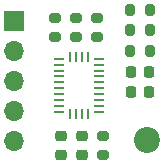
<source format=gts>
G04 #@! TF.GenerationSoftware,KiCad,Pcbnew,8.0.5*
G04 #@! TF.CreationDate,2024-10-31T19:03:19-07:00*
G04 #@! TF.ProjectId,uSlime_BNO085_Module,75536c69-6d65-45f4-924e-4f3038355f4d,rev?*
G04 #@! TF.SameCoordinates,Original*
G04 #@! TF.FileFunction,Soldermask,Top*
G04 #@! TF.FilePolarity,Negative*
%FSLAX46Y46*%
G04 Gerber Fmt 4.6, Leading zero omitted, Abs format (unit mm)*
G04 Created by KiCad (PCBNEW 8.0.5) date 2024-10-31 19:03:19*
%MOMM*%
%LPD*%
G01*
G04 APERTURE LIST*
G04 Aperture macros list*
%AMRoundRect*
0 Rectangle with rounded corners*
0 $1 Rounding radius*
0 $2 $3 $4 $5 $6 $7 $8 $9 X,Y pos of 4 corners*
0 Add a 4 corners polygon primitive as box body*
4,1,4,$2,$3,$4,$5,$6,$7,$8,$9,$2,$3,0*
0 Add four circle primitives for the rounded corners*
1,1,$1+$1,$2,$3*
1,1,$1+$1,$4,$5*
1,1,$1+$1,$6,$7*
1,1,$1+$1,$8,$9*
0 Add four rect primitives between the rounded corners*
20,1,$1+$1,$2,$3,$4,$5,0*
20,1,$1+$1,$4,$5,$6,$7,0*
20,1,$1+$1,$6,$7,$8,$9,0*
20,1,$1+$1,$8,$9,$2,$3,0*%
G04 Aperture macros list end*
%ADD10RoundRect,0.200000X-0.275000X0.200000X-0.275000X-0.200000X0.275000X-0.200000X0.275000X0.200000X0*%
%ADD11RoundRect,0.200000X-0.200000X-0.275000X0.200000X-0.275000X0.200000X0.275000X-0.200000X0.275000X0*%
%ADD12R,1.700000X1.700000*%
%ADD13O,1.700000X1.700000*%
%ADD14RoundRect,0.200000X0.200000X0.275000X-0.200000X0.275000X-0.200000X-0.275000X0.200000X-0.275000X0*%
%ADD15RoundRect,0.225000X0.225000X0.250000X-0.225000X0.250000X-0.225000X-0.250000X0.225000X-0.250000X0*%
%ADD16RoundRect,0.200000X0.275000X-0.200000X0.275000X0.200000X-0.275000X0.200000X-0.275000X-0.200000X0*%
%ADD17R,0.914400X0.250000*%
%ADD18R,0.250000X0.812800*%
%ADD19RoundRect,0.225000X-0.250000X0.225000X-0.250000X-0.225000X0.250000X-0.225000X0.250000X0.225000X0*%
%ADD20C,2.200000*%
%ADD21RoundRect,0.225000X0.250000X-0.225000X0.250000X0.225000X-0.250000X0.225000X-0.250000X-0.225000X0*%
G04 APERTURE END LIST*
D10*
X101150000Y-96775000D03*
X101150000Y-98425000D03*
D11*
X105750000Y-99600000D03*
X107400000Y-99600000D03*
D12*
X95900000Y-97060000D03*
D13*
X95900000Y-99600000D03*
X95900000Y-102140000D03*
X95900000Y-104680000D03*
X95900000Y-107220000D03*
D14*
X107400000Y-97850000D03*
X105750000Y-97850000D03*
D11*
X105750000Y-96100000D03*
X107400000Y-96100000D03*
D15*
X107350000Y-101350000D03*
X105800000Y-101350000D03*
D10*
X99400000Y-96775000D03*
X99400000Y-98425000D03*
D16*
X102900000Y-98425000D03*
X102900000Y-96775000D03*
D17*
X99723600Y-104744400D03*
D18*
X100650930Y-104935400D03*
X101154000Y-104935400D03*
X101654000Y-104935400D03*
X102153990Y-104935400D03*
D17*
X103076400Y-104744400D03*
X103076400Y-104244400D03*
X103076400Y-103744400D03*
X103076400Y-103244400D03*
X103076400Y-102744400D03*
X103076400Y-102244400D03*
X103076400Y-101744400D03*
X103076400Y-101244400D03*
X103076400Y-100744400D03*
X103076400Y-100236400D03*
D18*
X102154000Y-100109400D03*
X101654000Y-100109400D03*
X101154000Y-100109400D03*
X100650930Y-100109400D03*
D17*
X99723600Y-100236400D03*
X99723600Y-100744400D03*
X99723600Y-101244400D03*
X99723600Y-101744400D03*
X99723600Y-102244400D03*
X99723600Y-102744400D03*
X99723600Y-103244400D03*
X99723600Y-103744400D03*
X99723600Y-104244400D03*
D19*
X99900000Y-106825000D03*
X99900000Y-108375000D03*
D15*
X107350000Y-103100000D03*
X105800000Y-103100000D03*
D20*
X107150000Y-107100000D03*
D16*
X103400000Y-108425000D03*
X103400000Y-106775000D03*
D21*
X101650000Y-108375000D03*
X101650000Y-106825000D03*
M02*

</source>
